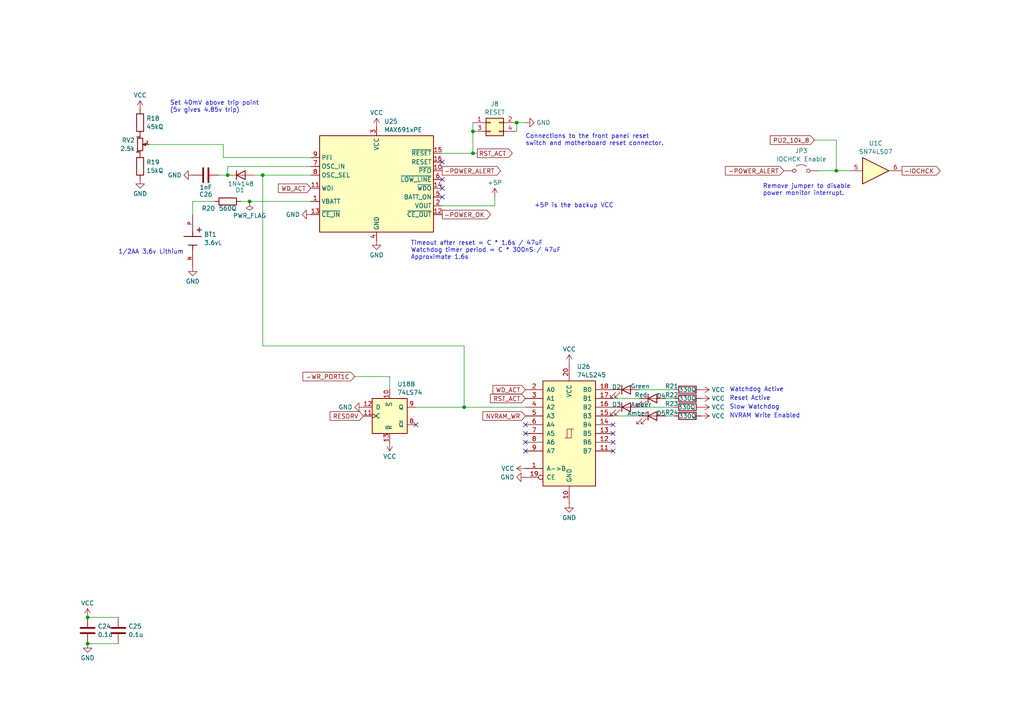
<source format=kicad_sch>
(kicad_sch (version 20231120) (generator "eeschema") (generator_version "8.0")
  (paper "A4")
  (title_block (title "386SX Embedded Expansion Card") (date "2024-07-26") (rev "1.0-001") (company "Circuit Cellar/Computer Applications Journal") (comment 1 "Redraw by Richard Cini 07/2024") (comment 2 "Original by Ed Nisley"))
  (lib_symbols
    (symbol "2485:2485" (pin_names (offset 1.016))
      (property "Reference" "BT" (at -3.81 3.81 0))
      (property "Value" "2485" (at -3.81 -5.08 0))
      (symbol "2485_0_0"
        (polyline (pts (xy -3.81 1.905) (xy -2.54 1.905)) (stroke (width 0.254)))
        (polyline (pts (xy -3.175 2.54) (xy -3.175 1.27)) (stroke (width 0.254)))
        (polyline (pts (xy -1.27 0) (xy -2.54 0)) (stroke (width 0.254)))
        (polyline (pts (xy -1.27 0) (xy -1.27 -2.54)) (stroke (width 0.254)))
        (polyline (pts (xy -1.27 2.54) (xy -1.27 0)) (stroke (width 0.254)))
        (polyline (pts (xy 1.27 0) (xy 1.27 -1.27)) (stroke (width 0.254)))
        (polyline (pts (xy 1.27 0) (xy 2.54 0)) (stroke (width 0.254)))
        (polyline (pts (xy 1.27 1.27) (xy 1.27 0)) (stroke (width 0.254)))
        (pin passive line (at 7.62 0 180) (length 5.08) (name "~") (number "N"))
        (pin passive line (at -7.62 0 0) (length 5.08) (name "~") (number "P"))
      )
    )
    (symbol "74xx:74LS245" (pin_names (offset 1.016))
      (property "Reference" "U" (at -7.62 16.51 0))
      (property "Value" "74LS245" (at -7.62 -16.51 0))
      (symbol "74LS245_1_0"
        (polyline (pts (xy -0.635 -1.27) (xy -0.635 1.27) (xy 0.635 1.27)))
        (polyline (pts (xy -1.27 -1.27) (xy 0.635 -1.27) (xy 0.635 1.27) (xy 1.27 1.27)))
        (pin input line (at -12.7 -10.16 0) (length 5.08) (name "A->B") (number "1"))
        (pin power_in line (at 0 -20.32 90) (length 5.08) (name "GND") (number "10"))
        (pin tri_state line (at 12.7 -5.08 180) (length 5.08) (name "B7") (number "11"))
        (pin tri_state line (at 12.7 -2.54 180) (length 5.08) (name "B6") (number "12"))
        (pin tri_state line (at 12.7 0 180) (length 5.08) (name "B5") (number "13"))
        (pin tri_state line (at 12.7 2.54 180) (length 5.08) (name "B4") (number "14"))
        (pin tri_state line (at 12.7 5.08 180) (length 5.08) (name "B3") (number "15"))
        (pin tri_state line (at 12.7 7.62 180) (length 5.08) (name "B2") (number "16"))
        (pin tri_state line (at 12.7 10.16 180) (length 5.08) (name "B1") (number "17"))
        (pin tri_state line (at 12.7 12.7 180) (length 5.08) (name "B0") (number "18"))
        (pin input inverted (at -12.7 -12.7 0) (length 5.08) (name "CE") (number "19"))
        (pin tri_state line (at -12.7 12.7 0) (length 5.08) (name "A0") (number "2"))
        (pin power_in line (at 0 20.32 270) (length 5.08) (name "VCC") (number "20"))
        (pin tri_state line (at -12.7 10.16 0) (length 5.08) (name "A1") (number "3"))
        (pin tri_state line (at -12.7 7.62 0) (length 5.08) (name "A2") (number "4"))
        (pin tri_state line (at -12.7 5.08 0) (length 5.08) (name "A3") (number "5"))
        (pin tri_state line (at -12.7 2.54 0) (length 5.08) (name "A4") (number "6"))
        (pin tri_state line (at -12.7 0 0) (length 5.08) (name "A5") (number "7"))
        (pin tri_state line (at -12.7 -2.54 0) (length 5.08) (name "A6") (number "8"))
        (pin tri_state line (at -12.7 -5.08 0) (length 5.08) (name "A7") (number "9"))
      )
      (symbol "74LS245_1_1"
        (rectangle (start -7.62 15.24) (end 7.62 -15.24) (stroke (width 0.254)) (fill (type background)))
      )
    )
    (symbol "74xx:74LS74" (pin_names (offset 1.016))
      (property "Reference" "U" (at -7.62 8.89 0))
      (property "Value" "74LS74" (at -7.62 -8.89 0))
      (symbol "74LS74_1_0"
        (pin input line (at 0 -7.62 90) (length 2.54) (name "~{R}") (number "1"))
        (pin input line (at -7.62 2.54 0) (length 2.54) (name "D") (number "2"))
        (pin input clock (at -7.62 0 0) (length 2.54) (name "C") (number "3"))
        (pin input line (at 0 7.62 270) (length 2.54) (name "~{S}") (number "4"))
        (pin output line (at 7.62 2.54 180) (length 2.54) (name "Q") (number "5"))
        (pin output line (at 7.62 -2.54 180) (length 2.54) (name "~{Q}") (number "6"))
      )
      (symbol "74LS74_1_1"
        (rectangle (start -5.08 5.08) (end 5.08 -5.08) (stroke (width 0.254)) (fill (type background)))
      )
      (symbol "74LS74_2_0"
        (pin input line (at 0 7.62 270) (length 2.54) (name "~{S}") (number "10"))
        (pin input clock (at -7.62 0 0) (length 2.54) (name "C") (number "11"))
        (pin input line (at -7.62 2.54 0) (length 2.54) (name "D") (number "12"))
        (pin input line (at 0 -7.62 90) (length 2.54) (name "~{R}") (number "13"))
        (pin output line (at 7.62 -2.54 180) (length 2.54) (name "~{Q}") (number "8"))
        (pin output line (at 7.62 2.54 180) (length 2.54) (name "Q") (number "9"))
      )
      (symbol "74LS74_2_1"
        (rectangle (start -5.08 5.08) (end 5.08 -5.08) (stroke (width 0.254)) (fill (type background)))
      )
      (symbol "74LS74_3_0"
        (pin power_in line (at 0 10.16 270) (length 2.54) (name "VCC") (number "14"))
        (pin power_in line (at 0 -10.16 90) (length 2.54) (name "GND") (number "7"))
      )
      (symbol "74LS74_3_1"
        (rectangle (start -5.08 7.62) (end 5.08 -7.62) (stroke (width 0.254)) (fill (type background)))
      )
    )
    (symbol "74xx:SN74LS07" (pin_names (offset 1.016))
      (property "Reference" "U" (at 0 1.27 0))
      (property "Value" "SN74LS07" (at 0 -1.27 0))
      (symbol "SN74LS07_1_0"
        (polyline (pts (xy -3.81 3.81) (xy -3.81 -3.81) (xy 3.81 0) (xy -3.81 3.81)) (stroke (width 0.254)) (fill (type background)))
        (pin input line (at -7.62 0 0) (length 3.81) (name "~") (number "1"))
        (pin open_collector line (at 7.62 0 180) (length 3.81) (name "~") (number "2"))
      )
      (symbol "SN74LS07_2_0"
        (polyline (pts (xy -3.81 3.81) (xy -3.81 -3.81) (xy 3.81 0) (xy -3.81 3.81)) (stroke (width 0.254)) (fill (type background)))
        (pin input line (at -7.62 0 0) (length 3.81) (name "~") (number "3"))
        (pin open_collector line (at 7.62 0 180) (length 3.81) (name "~") (number "4"))
      )
      (symbol "SN74LS07_3_0"
        (polyline (pts (xy -3.81 3.81) (xy -3.81 -3.81) (xy 3.81 0) (xy -3.81 3.81)) (stroke (width 0.254)) (fill (type background)))
        (pin input line (at -7.62 0 0) (length 3.81) (name "~") (number "5"))
        (pin open_collector line (at 7.62 0 180) (length 3.81) (name "~") (number "6"))
      )
      (symbol "SN74LS07_4_0"
        (polyline (pts (xy -3.81 3.81) (xy -3.81 -3.81) (xy 3.81 0) (xy -3.81 3.81)) (stroke (width 0.254)) (fill (type background)))
        (pin open_collector line (at 7.62 0 180) (length 3.81) (name "~") (number "8"))
        (pin input line (at -7.62 0 0) (length 3.81) (name "~") (number "9"))
      )
      (symbol "SN74LS07_5_0"
        (polyline (pts (xy -3.81 3.81) (xy -3.81 -3.81) (xy 3.81 0) (xy -3.81 3.81)) (stroke (width 0.254)) (fill (type background)))
        (pin open_collector line (at 7.62 0 180) (length 3.81) (name "~") (number "10"))
        (pin input line (at -7.62 0 0) (length 3.81) (name "~") (number "11"))
      )
      (symbol "SN74LS07_6_0"
        (polyline (pts (xy -3.81 3.81) (xy -3.81 -3.81) (xy 3.81 0) (xy -3.81 3.81)) (stroke (width 0.254)) (fill (type background)))
        (pin open_collector line (at 7.62 0 180) (length 3.81) (name "~") (number "12"))
        (pin input line (at -7.62 0 0) (length 3.81) (name "~") (number "13"))
      )
      (symbol "SN74LS07_7_0"
        (pin power_in line (at 0 12.7 270) (length 5.08) (name "VCC") (number "14"))
        (pin power_in line (at 0 -12.7 90) (length 5.08) (name "GND") (number "7"))
      )
      (symbol "SN74LS07_7_1"
        (rectangle (start -5.08 7.62) (end 5.08 -7.62) (stroke (width 0.254)) (fill (type background)))
      )
    )
    (symbol "Connector_Generic:Conn_02x02_Odd_Even" (pin_names (offset 1.016) hide)
      (property "Reference" "J" (at 1.27 2.54 0))
      (property "Value" "Conn_02x02_Odd_Even" (at 1.27 -5.08 0))
      (symbol "Conn_02x02_Odd_Even_1_1"
        (rectangle (start -1.27 -2.413) (end 0 -2.667) (stroke (width 0.1524)))
        (rectangle (start -1.27 0.127) (end 0 -0.127) (stroke (width 0.1524)))
        (rectangle (start -1.27 1.27) (end 3.81 -3.81) (stroke (width 0.254)) (fill (type background)))
        (rectangle (start 3.81 -2.413) (end 2.54 -2.667) (stroke (width 0.1524)))
        (rectangle (start 3.81 0.127) (end 2.54 -0.127) (stroke (width 0.1524)))
        (pin passive line (at -5.08 0 0) (length 3.81) (name "Pin_1") (number "1"))
        (pin passive line (at 7.62 0 180) (length 3.81) (name "Pin_2") (number "2"))
        (pin passive line (at -5.08 -2.54 0) (length 3.81) (name "Pin_3") (number "3"))
        (pin passive line (at 7.62 -2.54 180) (length 3.81) (name "Pin_4") (number "4"))
      )
    )
    (symbol "Device:C" (pin_numbers hide) (pin_names (offset 0.254))
      (property "Reference" "C" (at 0.635 2.54 0))
      (property "Value" "C" (at 0.635 -2.54 0))
      (symbol "C_0_1"
        (polyline (pts (xy -2.032 -0.762) (xy 2.032 -0.762)) (stroke (width 0.508)))
        (polyline (pts (xy -2.032 0.762) (xy 2.032 0.762)) (stroke (width 0.508)))
      )
      (symbol "C_1_1"
        (pin passive line (at 0 3.81 270) (length 2.794) (name "~") (number "1"))
        (pin passive line (at 0 -3.81 90) (length 2.794) (name "~") (number "2"))
      )
    )
    (symbol "Device:LED" (pin_numbers hide) (pin_names (offset 1.016) hide)
      (property "Reference" "D" (at 0 2.54 0))
      (property "Value" "LED" (at 0 -2.54 0))
      (symbol "LED_0_1"
        (polyline (pts (xy -1.27 -1.27) (xy -1.27 1.27)) (stroke (width 0.254)))
        (polyline (pts (xy -1.27 0) (xy 1.27 0)))
        (polyline (pts (xy 1.27 -1.27) (xy 1.27 1.27) (xy -1.27 0) (xy 1.27 -1.27)) (stroke (width 0.254)))
        (polyline (pts (xy -3.048 -0.762) (xy -4.572 -2.286) (xy -3.81 -2.286) (xy -4.572 -2.286) (xy -4.572 -1.524)))
        (polyline (pts (xy -1.778 -0.762) (xy -3.302 -2.286) (xy -2.54 -2.286) (xy -3.302 -2.286) (xy -3.302 -1.524)))
      )
      (symbol "LED_1_1"
        (pin passive line (at -3.81 0 0) (length 2.54) (name "K") (number "1"))
        (pin passive line (at 3.81 0 180) (length 2.54) (name "A") (number "2"))
      )
    )
    (symbol "Device:R" (pin_numbers hide) (pin_names (offset 0))
      (property "Reference" "R" (at 2.032 0 90))
      (property "Value" "R" (at 0 0 90))
      (symbol "R_0_1"
        (rectangle (start -1.016 -2.54) (end 1.016 2.54) (stroke (width 0.254)))
      )
      (symbol "R_1_1"
        (pin passive line (at 0 3.81 270) (length 1.27) (name "~") (number "1"))
        (pin passive line (at 0 -3.81 90) (length 1.27) (name "~") (number "2"))
      )
    )
    (symbol "Device:R_Potentiometer_Small" (pin_names (offset 1.016) hide)
      (property "Reference" "RV" (at -4.445 0 90))
      (property "Value" "R_Potentiometer_Small" (at -2.54 0 90))
      (symbol "R_Potentiometer_Small_0_1"
        (polyline (pts (xy 0.889 0) (xy 0.635 0) (xy 1.651 0.381) (xy 1.651 -0.381) (xy 0.635 0) (xy 0.889 0)) (fill (type outline)))
        (rectangle (start 0.762 1.8034) (end -0.762 -1.8034) (stroke (width 0.254)))
      )
      (symbol "R_Potentiometer_Small_1_1"
        (pin passive line (at 0 2.54 270) (length 0.635) (name "1") (number "1"))
        (pin passive line (at 2.54 0 180) (length 0.9906) (name "2") (number "2"))
        (pin passive line (at 0 -2.54 90) (length 0.635) (name "3") (number "3"))
      )
    )
    (symbol "Diode:1N4148" (pin_numbers hide) (pin_names hide)
      (property "Reference" "D" (at 0 2.54 0))
      (property "Value" "1N4148" (at 0 -2.54 0))
      (symbol "1N4148_0_1"
        (polyline (pts (xy -1.27 1.27) (xy -1.27 -1.27)) (stroke (width 0.254)))
        (polyline (pts (xy 1.27 0) (xy -1.27 0)))
        (polyline (pts (xy 1.27 1.27) (xy 1.27 -1.27) (xy -1.27 0) (xy 1.27 1.27)) (stroke (width 0.254)))
      )
      (symbol "1N4148_1_1"
        (pin passive line (at -3.81 0 0) (length 2.54) (name "K") (number "1"))
        (pin passive line (at 3.81 0 180) (length 2.54) (name "A") (number "2"))
      )
    )
    (symbol "Jumper:Jumper_2_Open" (pin_numbers hide) (pin_names (offset 0) hide) (exclude_from_sim yes)
      (property "Reference" "JP" (at 0 2.794 0))
      (property "Value" "Jumper_2_Open" (at 0 -2.286 0))
      (symbol "Jumper_2_Open_0_0"
        (circle (center -2.032 0) (radius 0.508))
        (circle (center 2.032 0) (radius 0.508))
      )
      (symbol "Jumper_2_Open_0_1"
        (arc (start 1.524 1.27) (mid 0 1.778) (end -1.524 1.27))
      )
      (symbol "Jumper_2_Open_1_1"
        (pin passive line (at -5.08 0 0) (length 2.54) (name "A") (number "1"))
        (pin passive line (at 5.08 0 180) (length 2.54) (name "B") (number "2"))
      )
    )
    (symbol "Power_Supervisor:MAX691xPE"
      (property "Reference" "U" (at -15.24 13.97 0))
      (property "Value" "MAX691xPE" (at 3.81 13.97 0))
      (symbol "MAX691xPE_0_1"
        (rectangle (start 16.51 12.7) (end -16.51 -15.24) (stroke (width 0.254)) (fill (type background)))
      )
      (symbol "MAX691xPE_1_1"
        (pin power_in line (at -19.05 -6.35 0) (length 2.54) (name "VBATT") (number "1"))
        (pin output line (at 19.05 2.54 180) (length 2.54) (name "~{PFO}") (number "10"))
        (pin input line (at -19.05 -2.54 0) (length 2.54) (name "WDI") (number "11"))
        (pin output line (at 19.05 -10.16 180) (length 2.54) (name "~{CE_OUT}") (number "12"))
        (pin input line (at -19.05 -10.16 0) (length 2.54) (name "~{CE_IN}") (number "13"))
        (pin output line (at 19.05 -2.54 180) (length 2.54) (name "~{WDO}") (number "14"))
        (pin output line (at 19.05 7.62 180) (length 2.54) (name "~{RESET}") (number "15"))
        (pin output line (at 19.05 5.08 180) (length 2.54) (name "RESET") (number "16"))
        (pin power_out line (at 19.05 -7.62 180) (length 2.54) (name "VOUT") (number "2"))
        (pin power_in line (at 0 15.24 270) (length 2.54) (name "VCC") (number "3"))
        (pin power_in line (at 0 -17.78 90) (length 2.54) (name "GND") (number "4"))
        (pin output line (at 19.05 -5.08 180) (length 2.54) (name "BATT_ON") (number "5"))
        (pin output line (at 19.05 0 180) (length 2.54) (name "~{LOW_LINE}") (number "6"))
        (pin input line (at -19.05 3.81 0) (length 2.54) (name "OSC_IN") (number "7"))
        (pin input line (at -19.05 1.27 0) (length 2.54) (name "OSC_SEL") (number "8"))
        (pin input line (at -19.05 6.35 0) (length 2.54) (name "PFI") (number "9"))
      )
    )
    (symbol "power:+5P" (power) (pin_numbers hide) (pin_names (offset 0) hide)
      (property "Value" "+5P" (at 0 3.556 0))
      (symbol "+5P_0_1"
        (polyline (pts (xy -0.762 1.27) (xy 0 2.54)))
        (polyline (pts (xy 0 0) (xy 0 2.54)))
        (polyline (pts (xy 0 2.54) (xy 0.762 1.27)))
      )
      (symbol "+5P_1_1"
        (pin power_in line (at 0 0 90) (length 0) (name "~") (number "1"))
      )
    )
    (symbol "power:GND" (power) (pin_numbers hide) (pin_names (offset 0) hide)
      (property "Value" "GND" (at 0 -3.81 0))
      (symbol "GND_0_1"
        (polyline (pts (xy 0 0) (xy 0 -1.27) (xy 1.27 -1.27) (xy 0 -2.54) (xy -1.27 -1.27) (xy 0 -1.27)))
      )
      (symbol "GND_1_1"
        (pin power_in line (at 0 0 270) (length 0) (name "~") (number "1"))
      )
    )
    (symbol "power:PWR_FLAG" (power) (pin_numbers hide) (pin_names (offset 0) hide)
      (property "Value" "PWR_FLAG" (at 0 3.81 0))
      (symbol "PWR_FLAG_0_0"
        (pin power_out line (at 0 0 90) (length 0) (name "~") (number "1"))
      )
      (symbol "PWR_FLAG_0_1"
        (polyline (pts (xy 0 0) (xy 0 1.27) (xy -1.016 1.905) (xy 0 2.54) (xy 1.016 1.905) (xy 0 1.27)))
      )
    )
    (symbol "power:VCC" (power) (pin_numbers hide) (pin_names (offset 0) hide)
      (property "Value" "VCC" (at 0 3.556 0))
      (symbol "VCC_0_1"
        (polyline (pts (xy -0.762 1.27) (xy 0 2.54)))
        (polyline (pts (xy 0 0) (xy 0 2.54)))
        (polyline (pts (xy 0 2.54) (xy 0.762 1.27)))
      )
      (symbol "VCC_1_1"
        (pin power_in line (at 0 0 90) (length 0) (name "~") (number "1"))
      )
    )
  )
  (junction (at 76.2 50.8))
  (junction (at 72.39 58.42))
  (junction (at 137.16 44.45))
  (junction (at 134.62 118.11))
  (junction (at 137.16 38.1))
  (junction (at 25.4 186.69))
  (junction (at 149.86 35.56))
  (junction (at 25.4 179.07))
  (junction (at 66.04 50.8))
  (junction (at 242.57 49.53))
  (no_connect (at 177.8 125.73))
  (no_connect (at 177.8 130.81))
  (no_connect (at 177.8 123.19))
  (no_connect (at 152.4 128.27))
  (no_connect (at 152.4 125.73))
  (no_connect (at 177.8 128.27))
  (no_connect (at 128.27 46.99))
  (no_connect (at 128.27 57.15))
  (no_connect (at 128.27 54.61))
  (no_connect (at 152.4 123.19))
  (no_connect (at 152.4 130.81))
  (no_connect (at 120.65 123.19))
  (no_connect (at 128.27 52.07))
  (wire (pts (xy 242.57 40.64) (xy 242.57 49.53)))
  (wire (pts (xy 76.2 50.8) (xy 90.17 50.8)))
  (wire (pts (xy 25.4 186.69) (xy 34.29 186.69)))
  (wire (pts (xy 76.2 100.33) (xy 134.62 100.33)))
  (wire (pts (xy 193.04 115.57) (xy 195.58 115.57)))
  (wire (pts (xy 137.16 44.45) (xy 128.27 44.45)))
  (wire (pts (xy 237.49 49.53) (xy 242.57 49.53)))
  (wire (pts (xy 113.03 109.22) (xy 113.03 113.03)))
  (wire (pts (xy 64.77 41.91) (xy 43.18 41.91)))
  (wire (pts (xy 177.8 120.65) (xy 185.42 120.65)))
  (wire (pts (xy 193.04 120.65) (xy 195.58 120.65)))
  (wire (pts (xy 177.8 115.57) (xy 185.42 115.57)))
  (wire (pts (xy 149.86 35.56) (xy 152.4 35.56)))
  (wire (pts (xy 149.86 38.1) (xy 149.86 35.56)))
  (wire (pts (xy 63.5 50.8) (xy 66.04 50.8)))
  (wire (pts (xy 134.62 100.33) (xy 134.62 118.11)))
  (wire (pts (xy 69.85 58.42) (xy 72.39 58.42)))
  (wire (pts (xy 73.66 50.8) (xy 76.2 50.8)))
  (wire (pts (xy 66.04 48.26) (xy 66.04 50.8)))
  (wire (pts (xy 90.17 45.72) (xy 64.77 45.72)))
  (wire (pts (xy 102.87 109.22) (xy 113.03 109.22)))
  (wire (pts (xy 236.22 40.64) (xy 242.57 40.64)))
  (wire (pts (xy 62.23 58.42) (xy 55.88 58.42)))
  (wire (pts (xy 185.42 113.03) (xy 195.58 113.03)))
  (wire (pts (xy 90.17 48.26) (xy 66.04 48.26)))
  (wire (pts (xy 64.77 45.72) (xy 64.77 41.91)))
  (wire (pts (xy 120.65 118.11) (xy 134.62 118.11)))
  (wire (pts (xy 128.27 59.69) (xy 143.51 59.69)))
  (wire (pts (xy 55.88 58.42) (xy 55.88 62.23)))
  (wire (pts (xy 137.16 35.56) (xy 137.16 38.1)))
  (wire (pts (xy 137.16 44.45) (xy 138.43 44.45)))
  (wire (pts (xy 242.57 49.53) (xy 246.38 49.53)))
  (wire (pts (xy 76.2 50.8) (xy 76.2 100.33)))
  (wire (pts (xy 185.42 118.11) (xy 195.58 118.11)))
  (wire (pts (xy 25.4 179.07) (xy 34.29 179.07)))
  (wire (pts (xy 72.39 58.42) (xy 90.17 58.42)))
  (wire (pts (xy 134.62 118.11) (xy 152.4 118.11)))
  (wire (pts (xy 137.16 38.1) (xy 137.16 44.45)))
  (wire (pts (xy 143.51 57.15) (xy 143.51 59.69)))
  (text "Reset Active" (at 211.582 115.57 0) (effects (font (size 1.27 1.27)) (justify left)))
  (text "Remove jumper to disable\npower monitor interrupt." (at 221.234 55.118 0) (effects (font (size 1.27 1.27)) (justify left)))
  (text "Slow Watchdog" (at 211.582 118.11 0) (effects (font (size 1.27 1.27)) (justify left)))
  (text "Watchdog Active" (at 211.582 113.03 0) (effects (font (size 1.27 1.27)) (justify left)))
  (text "+5P is the backup VCC" (at 154.94 59.69 0) (effects (font (size 1.27 1.27)) (justify left)))
  (text "Set 40mV above trip point\n(5v gives 4.85v trip)\n" (at 49.276 30.988 0) (effects (font (size 1.27 1.27)) (justify left)))
  (text "Timeout after reset = C * 1.6s / 47uF\nWatchdog timer period = C * 300nS / 47uF\nApproximate 1.6s" (at 119.126 72.644 0) (effects (font (size 1.27 1.27)) (justify left)))
  (text "1/2AA 3.6v Lithium\n" (at 34.29 73.152 0) (effects (font (size 1.27 1.27)) (justify left)))
  (text "Connections to the front panel reset \nswitch and motherboard reset connector." (at 152.4 40.64 0) (effects (font (size 1.27 1.27)) (justify left)))
  (text "NVRAM Write Enabled" (at 211.582 120.65 0) (effects (font (size 1.27 1.27)) (justify left)))
  (global_label "-WR_PORT1C" (shape input) (at 102.87 109.22 180) (property "Intersheetrefs" "${INTERSHEET_REFS}" (at 87.3058 109.22 0) (effects (justify right))))
  (global_label "PU2_10k_8" (shape input) (at 236.22 40.64 180) (property "Intersheetrefs" "${INTERSHEET_REFS}" (at 222.833 40.64 0) (effects (justify right))))
  (global_label "NVRAM_WR" (shape input) (at 152.4 120.65 180) (property "Intersheetrefs" "${INTERSHEET_REFS}" (at 139.4967 120.65 0) (effects (justify right))))
  (global_label "WD_ACT" (shape input) (at 152.4 113.03 180) (property "Intersheetrefs" "${INTERSHEET_REFS}" (at 142.3996 113.03 0) (effects (justify right))))
  (global_label "-POWER_ALERT" (shape input) (at 227.33 49.53 180) (property "Intersheetrefs" "${INTERSHEET_REFS}" (at 209.8306 49.53 0) (effects (justify right))))
  (global_label "RST_ACT" (shape input) (at 152.4 115.57 180) (property "Intersheetrefs" "${INTERSHEET_REFS}" (at 141.6739 115.57 0) (effects (justify right))))
  (global_label "-POWER_OK" (shape output) (at 128.27 62.23 0) (property "Intersheetrefs" "${INTERSHEET_REFS}" (at 142.8666 62.23 0) (effects (justify left))))
  (global_label "-IOCHCK" (shape output) (at 261.62 49.53 0) (property "Intersheetrefs" "${INTERSHEET_REFS}" (at 273.2534 49.53 0) (effects (justify left))))
  (global_label "-POWER_ALERT" (shape output) (at 128.27 49.53 0) (property "Intersheetrefs" "${INTERSHEET_REFS}" (at 145.7694 49.53 0) (effects (justify left))))
  (global_label "RST_ACT" (shape output) (at 138.43 44.45 0) (property "Intersheetrefs" "${INTERSHEET_REFS}" (at 149.1561 44.45 0) (effects (justify left))))
  (global_label "RESDRV" (shape input) (at 105.41 120.65 180) (property "Intersheetrefs" "${INTERSHEET_REFS}" (at 95.1677 120.65 0) (effects (justify right))))
  (global_label "WD_ACT" (shape input) (at 90.17 54.61 180) (property "Intersheetrefs" "${INTERSHEET_REFS}" (at 80.1696 54.61 0) (effects (justify right))))
  (symbol (lib_id "Device:R") (at 199.39 120.65 270) (unit 1)
    (property "Reference" "R24" (at 194.818 119.634 90))
    (property "Value" "330Q" (at 199.39 120.65 90))
    (property "Footprint" "Resistor_THT:R_Axial_DIN0207_L6.3mm_D2.5mm_P7.62mm_Horizontal" (effects (hide yes)))
    (property "Description" "Resistor" (effects (hide yes)))
  )
  (symbol (lib_id "power:GND") (at 40.64 52.07 0) (unit 1)
    (property "Reference" "#PWR0108" (effects (hide yes)))
    (property "Value" "GND" (at 40.64 56.2031 0))
    (property "Description" "Power symbol creates a global label with name \"GND\" , ground" (effects (hide yes)))
  )
  (symbol (lib_id "Device:C") (at 25.4 182.88 0) (unit 1)
    (property "Reference" "C24" (at 28.321 181.6679 0) (effects (justify left)))
    (property "Value" "0.1u" (at 28.321 184.0921 0) (effects (justify left)))
    (property "Footprint" "Capacitor_THT:C_Disc_D4.3mm_W1.9mm_P5.00mm" (effects (hide yes)))
  )
  (symbol (lib_id "Device:R_Potentiometer_Small") (at 40.64 41.91 0) (unit 1)
    (property "Reference" "RV2" (at 39.1161 40.6978 0) (effects (justify right)))
    (property "Value" "2.5k" (at 39.1161 43.1221 0) (effects (justify right)))
    (property "Footprint" "Potentiometer_THT:Potentiometer_Bourns_3266W_Vertical" (effects (hide yes)))
    (property "Description" "Potentiometer" (effects (hide yes)))
  )
  (symbol (lib_id "power:VCC") (at 203.2 113.03 270) (unit 1)
    (property "Reference" "#PWR0122" (effects (hide yes)))
    (property "Value" "VCC" (at 206.375 113.03 90) (effects (justify left)))
    (property "Description" "Power symbol creates a global label with name \"VCC\"" (effects (hide yes)))
  )
  (symbol (lib_id "power:GND") (at 90.17 62.23 270) (unit 1)
    (property "Reference" "#PWR0111" (effects (hide yes)))
    (property "Value" "GND" (at 86.9951 62.23 90) (effects (justify right)))
    (property "Description" "Power symbol creates a global label with name \"GND\" , ground" (effects (hide yes)))
  )
  (symbol (lib_id "power:GND") (at 25.4 186.69 0) (unit 1)
    (property "Reference" "#PWR0106" (effects (hide yes)))
    (property "Value" "GND" (at 25.4 190.8231 0))
    (property "Description" "Power symbol creates a global label with name \"GND\" , ground" (effects (hide yes)))
  )
  (symbol (lib_id "Device:R") (at 199.39 115.57 270) (unit 1)
    (property "Reference" "R22" (at 194.818 114.554 90))
    (property "Value" "330Q" (at 199.39 115.57 90))
    (property "Footprint" "Resistor_THT:R_Axial_DIN0207_L6.3mm_D2.5mm_P7.62mm_Horizontal" (effects (hide yes)))
    (property "Description" "Resistor" (effects (hide yes)))
  )
  (symbol (lib_id "Device:R") (at 199.39 113.03 270) (unit 1)
    (property "Reference" "R21" (at 194.818 112.014 90))
    (property "Value" "330Q" (at 199.39 113.03 90))
    (property "Footprint" "Resistor_THT:R_Axial_DIN0207_L6.3mm_D2.5mm_P7.62mm_Horizontal" (effects (hide yes)))
    (property "Description" "Resistor" (effects (hide yes)))
  )
  (symbol (lib_id "74xx:74LS245") (at 165.1 125.73 0) (unit 1)
    (property "Reference" "U26" (at 167.2941 106.3455 0) (effects (justify left)))
    (property "Value" "74LS245" (at 167.2941 108.7698 0) (effects (justify left)))
    (property "Footprint" "Package_DIP:DIP-20_W7.62mm_Socket" (effects (hide yes)))
    (property "Datasheet" "http://www.ti.com/lit/gpn/sn74LS245" (effects (hide yes)))
    (property "Description" "Octal BUS Transceivers, 3-State outputs" (effects (hide yes)))
  )
  (symbol (lib_id "Device:LED") (at 181.61 118.11 0) (unit 1)
    (property "Reference" "D3" (at 178.816 117.348 0))
    (property "Value" "Amber" (at 185.928 117.348 0))
    (property "Footprint" "LED_THT:LED_D3.0mm" (effects (hide yes)))
    (property "Description" "Light emitting diode" (effects (hide yes)))
  )
  (symbol (lib_id "power:VCC") (at 203.2 118.11 270) (unit 1)
    (property "Reference" "#PWR0124" (effects (hide yes)))
    (property "Value" "VCC" (at 206.375 118.11 90) (effects (justify left)))
    (property "Description" "Power symbol creates a global label with name \"VCC\"" (effects (hide yes)))
  )
  (symbol (lib_id "power:VCC") (at 203.2 115.57 270) (unit 1)
    (property "Reference" "#PWR0123" (effects (hide yes)))
    (property "Value" "VCC" (at 206.375 115.57 90) (effects (justify left)))
    (property "Description" "Power symbol creates a global label with name \"VCC\"" (effects (hide yes)))
  )
  (symbol (lib_id "Device:R") (at 40.64 48.26 0) (unit 1)
    (property "Reference" "R19" (at 42.418 47.0478 0) (effects (justify left)))
    (property "Value" "15kQ" (at 42.418 49.4721 0) (effects (justify left)))
    (property "Footprint" "Resistor_THT:R_Axial_DIN0207_L6.3mm_D2.5mm_P7.62mm_Horizontal" (effects (hide yes)))
    (property "Description" "Resistor" (effects (hide yes)))
  )
  (symbol (lib_id "power:GND") (at 152.4 35.56 90) (unit 1)
    (property "Reference" "#PWR0117" (effects (hide yes)))
    (property "Value" "GND" (at 155.575 35.56 90) (effects (justify right)))
    (property "Description" "Power symbol creates a global label with name \"GND\" , ground" (effects (hide yes)))
  )
  (symbol (lib_id "power:VCC") (at 203.2 120.65 270) (unit 1)
    (property "Reference" "#PWR0125" (effects (hide yes)))
    (property "Value" "VCC" (at 206.375 120.65 90) (effects (justify left)))
    (property "Description" "Power symbol creates a global label with name \"VCC\"" (effects (hide yes)))
  )
  (symbol (lib_id "Device:LED") (at 189.23 115.57 0) (unit 1)
    (property "Reference" "D4" (at 191.77 114.808 0))
    (property "Value" "Red" (at 185.928 114.554 0))
    (property "Footprint" "LED_THT:LED_D3.0mm" (effects (hide yes)))
    (property "Description" "Light emitting diode" (effects (hide yes)))
  )
  (symbol (lib_id "2485:2485") (at 55.88 69.85 270) (unit 1)
    (property "Reference" "BT1" (at 59.182 68.0028 90) (effects (justify left)))
    (property "Value" "3.6vL" (at 59.182 70.4271 90) (effects (justify left)))
    (property "Footprint" "Keystone:BAT_2485" (effects (hide yes)))
    (property "DigiKey_Part_Number" "36-2485-ND" (effects (hide yes)))
    (property "MF" "Keystone Electronics" (effects (hide yes)))
    (property "MAXIMUM_PACKAGE_HEIGHT" "15.79mm" (effects (hide yes)))
    (property "Package" "None" (effects (hide yes)))
    (property "Check_prices" "https://www.snapeda.com/parts/2485/Keystone+Electronics/view-part/?ref=eda" (effects (hide yes)))
    (property "STANDARD" "Manufacturer Recommendations" (effects (hide yes)))
    (property "PARTREV" "B" (effects (hide yes)))
    (property "SnapEDA_Link" "https://www.snapeda.com/parts/2485/Keystone+Electronics/view-part/?ref=snap" (effects (hide yes)))
    (property "MP" "2485" (effects (hide yes)))
    (property "Purchase-URL" "https://www.snapeda.com/api/url_track_click_mouser/?unipart_id=5529304&manufacturer=Keystone Electronics&part_name=2485&search_term=keystone 2485" (effects (hide yes)))
    (property "Description_1" "\nBattery Holder; THM; 1 Cell 1/2AA; Plastic | Keystone Electronics 2485\n" (effects (hide yes)))
    (property "MANUFACTURER" "Keystone" (effects (hide yes)))
    (property "SNAPEDA_PN" "2485" (effects (hide yes)))
  )
  (symbol (lib_id "Connector_Generic:Conn_02x02_Odd_Even") (at 142.24 35.56 0) (unit 1)
    (property "Reference" "J8" (at 143.51 30.1455 0))
    (property "Value" "RESET" (at 143.51 32.5698 0))
    (property "Footprint" "Connector_PinHeader_2.54mm:PinHeader_2x02_P2.54mm_Vertical" (effects (hide yes)))
    (property "Description" "Generic connector, double row, 02x02, odd/even pin numbering scheme (row 1 odd numbers, row 2 even numbers), script generated (kicad-library-utils/schlib/autogen/connector/)" (effects (hide yes)))
  )
  (symbol (lib_id "power:GND") (at 55.88 50.8 270) (unit 1)
    (property "Reference" "#PWR0109" (effects (hide yes)))
    (property "Value" "GND" (at 52.7051 50.8 90) (effects (justify right)))
    (property "Description" "Power symbol creates a global label with name \"GND\" , ground" (effects (hide yes)))
  )
  (symbol (lib_id "power:+5P") (at 143.51 57.15 0) (unit 1)
    (property "Reference" "#PWR0116" (effects (hide yes)))
    (property "Value" "+5P" (at 143.51 53.0169 0))
    (property "Description" "Power symbol creates a global label with name \"+5P\"" (effects (hide yes)))
  )
  (symbol (lib_id "power:VCC") (at 40.64 31.75 0) (unit 1)
    (property "Reference" "#PWR0107" (effects (hide yes)))
    (property "Value" "VCC" (at 40.64 27.6169 0))
    (property "Description" "Power symbol creates a global label with name \"VCC\"" (effects (hide yes)))
  )
  (symbol (lib_id "power:VCC") (at 25.4 179.07 0) (unit 1)
    (property "Reference" "#PWR0105" (effects (hide yes)))
    (property "Value" "VCC" (at 25.4 174.9369 0))
    (property "Description" "Power symbol creates a global label with name \"VCC\"" (effects (hide yes)))
  )
  (symbol (lib_id "Device:R") (at 66.04 58.42 270) (unit 1)
    (property "Reference" "R20" (at 60.452 60.452 90))
    (property "Value" "560Q" (at 66.04 60.452 90))
    (property "Footprint" "Resistor_THT:R_Axial_DIN0207_L6.3mm_D2.5mm_P7.62mm_Horizontal" (effects (hide yes)))
    (property "Description" "Resistor" (effects (hide yes)))
  )
  (symbol (lib_id "power:VCC") (at 113.03 128.27 180) (unit 1)
    (property "Reference" "#PWR0115" (effects (hide yes)))
    (property "Value" "VCC" (at 113.03 132.4031 0))
    (property "Description" "Power symbol creates a global label with name \"VCC\"" (effects (hide yes)))
  )
  (symbol (lib_id "power:VCC") (at 109.22 36.83 0) (unit 1)
    (property "Reference" "#PWR0113" (effects (hide yes)))
    (property "Value" "VCC" (at 109.22 32.6969 0))
    (property "Description" "Power symbol creates a global label with name \"VCC\"" (effects (hide yes)))
  )
  (symbol (lib_id "Device:LED") (at 189.23 120.65 0) (unit 1)
    (property "Reference" "D5" (at 191.77 119.888 0))
    (property "Value" "Amber" (at 184.912 119.888 0))
    (property "Footprint" "LED_THT:LED_D3.0mm" (effects (hide yes)))
    (property "Description" "Light emitting diode" (effects (hide yes)))
  )
  (symbol (lib_id "Diode:1N4148") (at 69.85 50.8 0) (unit 1)
    (property "Reference" "D1" (at 69.596 55.118 0))
    (property "Value" "1N4148" (at 69.85 53.34 0))
    (property "Footprint" "Diode_THT:D_DO-35_SOD27_P7.62mm_Horizontal" (effects (hide yes)))
    (property "Datasheet" "https://assets.nexperia.com/documents/data-sheet/1N4148_1N4448.pdf" (effects (hide yes)))
    (property "Description" "100V 0.15A standard switching diode, DO-35" (effects (hide yes)))
    (property "Sim.Device" "D" (effects (hide yes)))
    (property "Sim.Pins" "1=K 2=A" (effects (hide yes)))
  )
  (symbol (lib_id "Device:C") (at 34.29 182.88 0) (unit 1)
    (property "Reference" "C25" (at 37.211 181.6679 0) (effects (justify left)))
    (property "Value" "0.1u" (at 37.211 184.0921 0) (effects (justify left)))
    (property "Footprint" "Capacitor_THT:C_Disc_D4.3mm_W1.9mm_P5.00mm" (effects (hide yes)))
  )
  (symbol (lib_id "74xx:74LS74") (at 113.03 120.65 0) (unit 2)
    (property "Reference" "U18" (at 115.2241 111.4255 0) (effects (justify left)))
    (property "Value" "74LS74" (at 115.2241 113.8498 0) (effects (justify left)))
    (property "Footprint" "Package_DIP:DIP-14_W7.62mm_Socket" (effects (hide yes)))
    (property "Datasheet" "74xx/74hc_hct74.pdf" (effects (hide yes)))
    (property "Description" "Dual D Flip-flop, Set & Reset" (effects (hide yes)))
  )
  (symbol (lib_id "power:GND") (at 55.88 77.47 0) (unit 1)
    (property "Reference" "#PWR0110" (effects (hide yes)))
    (property "Value" "GND" (at 55.88 81.6031 0))
    (property "Description" "Power symbol creates a global label with name \"GND\" , ground" (effects (hide yes)))
  )
  (symbol (lib_id "power:VCC") (at 165.1 105.41 0) (unit 1)
    (property "Reference" "#PWR0120" (effects (hide yes)))
    (property "Value" "VCC" (at 165.1 101.2769 0))
    (property "Description" "Power symbol creates a global label with name \"VCC\"" (effects (hide yes)))
  )
  (symbol (lib_id "Device:C") (at 59.69 50.8 270) (unit 1)
    (property "Reference" "C26" (at 59.69 56.388 90))
    (property "Value" "1nF" (at 59.69 54.356 90))
    (property "Footprint" "Capacitor_THT:C_Disc_D3.0mm_W1.6mm_P2.50mm" (effects (hide yes)))
  )
  (symbol (lib_id "74xx:SN74LS07") (at 254 49.53 0) (unit 3)
    (property "Reference" "U1" (at 254 41.5755 0))
    (property "Value" "SN74LS07" (at 254 43.9998 0))
    (property "Footprint" "Package_DIP:DIP-14_W7.62mm_Socket" (effects (hide yes)))
    (property "Datasheet" "www.ti.com/lit/ds/symlink/sn74ls07.pdf" (effects (hide yes)))
    (property "Description" "Hex Buffers and Drivers With Open Collector High Voltage Outputs" (effects (hide yes)))
  )
  (symbol (lib_id "power:GND") (at 105.41 118.11 270) (unit 1)
    (property "Reference" "#PWR0112" (effects (hide yes)))
    (property "Value" "GND" (at 102.2351 118.11 90) (effects (justify right)))
    (property "Description" "Power symbol creates a global label with name \"GND\" , ground" (effects (hide yes)))
  )
  (symbol (lib_id "power:VCC") (at 152.4 135.89 90) (unit 1)
    (property "Reference" "#PWR0118" (effects (hide yes)))
    (property "Value" "VCC" (at 149.225 135.89 90) (effects (justify left)))
    (property "Description" "Power symbol creates a global label with name \"VCC\"" (effects (hide yes)))
  )
  (symbol (lib_id "Jumper:Jumper_2_Open") (at 232.41 49.53 0) (unit 1) (exclude_from_sim yes)
    (property "Reference" "JP3" (at 232.41 43.7345 0))
    (property "Value" "IOCHCK Enable" (at 232.41 46.1588 0))
    (property "Footprint" "Connector_PinHeader_2.54mm:PinHeader_1x02_P2.54mm_Vertical" (effects (hide yes)))
    (property "Description" "Jumper, 2-pole, open" (effects (hide yes)))
  )
  (symbol (lib_id "Device:LED") (at 181.61 113.03 0) (unit 1)
    (property "Reference" "D2" (at 178.816 112.268 0))
    (property "Value" "Green" (at 185.674 112.014 0))
    (property "Footprint" "LED_THT:LED_D3.0mm" (effects (hide yes)))
    (property "Description" "Light emitting diode" (effects (hide yes)))
  )
  (symbol (lib_id "power:GND") (at 109.22 69.85 0) (unit 1)
    (property "Reference" "#PWR0114" (effects (hide yes)))
    (property "Value" "GND" (at 109.22 73.9831 0))
    (property "Description" "Power symbol creates a global label with name \"GND\" , ground" (effects (hide yes)))
  )
  (symbol (lib_id "Device:R") (at 199.39 118.11 270) (unit 1)
    (property "Reference" "R23" (at 194.818 117.094 90))
    (property "Value" "330Q" (at 199.136 118.11 90))
    (property "Footprint" "Resistor_THT:R_Axial_DIN0207_L6.3mm_D2.5mm_P7.62mm_Horizontal" (effects (hide yes)))
    (property "Description" "Resistor" (effects (hide yes)))
  )
  (symbol (lib_id "power:GND") (at 165.1 146.05 0) (unit 1)
    (property "Reference" "#PWR0121" (effects (hide yes)))
    (property "Value" "GND" (at 165.1 150.1831 0))
    (property "Description" "Power symbol creates a global label with name \"GND\" , ground" (effects (hide yes)))
  )
  (symbol (lib_id "power:PWR_FLAG") (at 72.39 58.42 180) (unit 1)
    (property "Reference" "#FLG03" (effects (hide yes)))
    (property "Value" "PWR_FLAG" (at 72.39 62.5531 0))
    (property "Description" "Special symbol for telling ERC where power comes from" (effects (hide yes)))
  )
  (symbol (lib_id "power:GND") (at 152.4 138.43 270) (unit 1)
    (property "Reference" "#PWR0119" (effects (hide yes)))
    (property "Value" "GND" (at 149.2251 138.43 90) (effects (justify right)))
    (property "Description" "Power symbol creates a global label with name \"GND\" , ground" (effects (hide yes)))
  )
  (symbol (lib_id "Power_Supervisor:MAX691xPE") (at 109.22 52.07 0) (unit 1)
    (property "Reference" "U25" (at 111.4141 35.2255 0) (effects (justify left)))
    (property "Value" "MAX691xPE" (at 111.4141 37.6498 0) (effects (justify left)))
    (property "Footprint" "Package_DIP:DIP-16_W7.62mm_Socket" (effects (hide yes)))
    (property "Datasheet" "https://datasheets.maximintegrated.com/en/ds/MAX690-MAX695.pdf" (effects (hide yes)))
    (property "Description" "Microprocessor Supervisory Circuit, DIP-16" (effects (hide yes)))
  )
  (symbol (lib_id "Device:R") (at 40.64 35.56 0) (unit 1)
    (property "Reference" "R18" (at 42.418 34.3478 0) (effects (justify left)))
    (property "Value" "45kQ" (at 42.418 36.7721 0) (effects (justify left)))
    (property "Footprint" "Resistor_THT:R_Axial_DIN0207_L6.3mm_D2.5mm_P7.62mm_Horizontal" (effects (hide yes)))
    (property "Description" "Resistor" (effects (hide yes)))
  )
)
</source>
